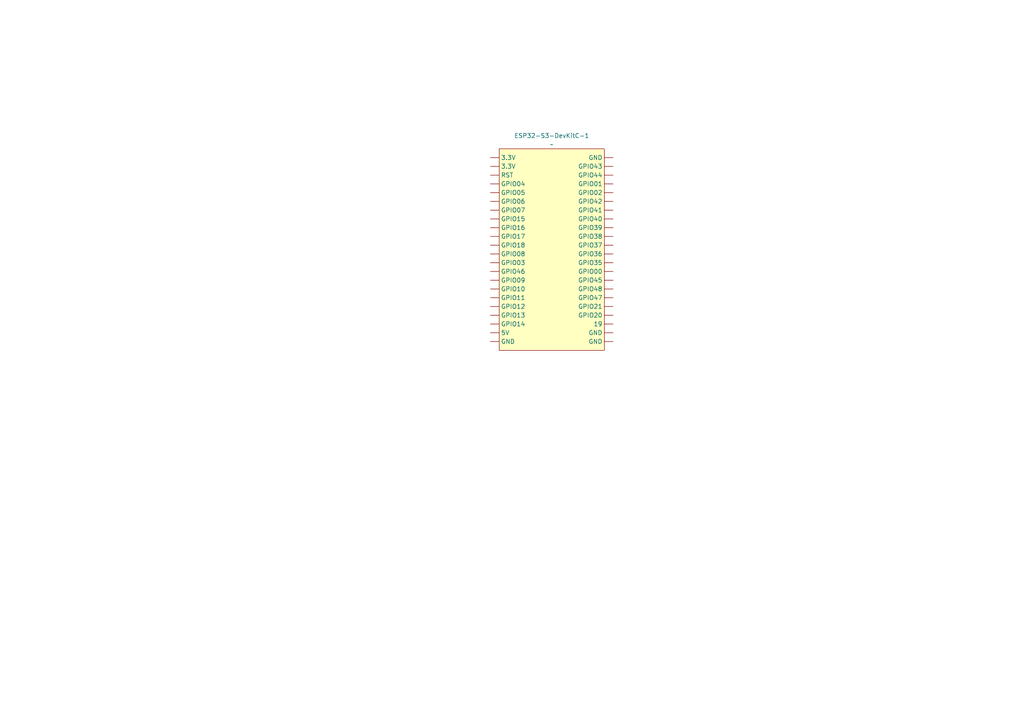
<source format=kicad_sch>
(kicad_sch (version 20231120) (generator "eeschema") (generator_version "8.0")
  (paper "A4")
  (title_block (title "RetroGoHardware") (date "2024-04-09") (rev "0.1"))
  (lib_symbols
    (symbol "CustomLibrary:ESP32-S3-DevKitC-1"
      (property "Reference" "ESP32-S3-DevKitC-1" (at -4.826 30.988 0))
      (symbol "ESP32-S3-DevKitC-1_1_1"
        (rectangle (start -15.24 29.21) (end 15.24 -29.21) (fill (type background)))
        (pin bidirectional line (at 17.78 -21.59 180) (length 2.54) (name "19") (number ""))
        (pin bidirectional line (at -17.78 24.13 0) (length 2.54) (name "3.3V") (number ""))
        (pin bidirectional line (at -17.78 26.67 0) (length 2.54) (name "3.3V") (number ""))
        (pin bidirectional line (at -17.78 -24.13 0) (length 2.54) (name "5V") (number ""))
        (pin bidirectional line (at -17.78 -26.67 0) (length 2.54) (name "GND") (number ""))
        (pin bidirectional line (at 17.78 -26.67 180) (length 2.54) (name "GND") (number ""))
        (pin bidirectional line (at 17.78 -24.13 180) (length 2.54) (name "GND") (number ""))
        (pin bidirectional line (at 17.78 26.67 180) (length 2.54) (name "GND") (number ""))
        (pin bidirectional line (at 17.78 -6.35 180) (length 2.54) (name "GPIO00") (number ""))
        (pin bidirectional line (at 17.78 19.05 180) (length 2.54) (name "GPIO01") (number ""))
        (pin bidirectional line (at 17.78 16.51 180) (length 2.54) (name "GPIO02") (number ""))
        (pin bidirectional line (at -17.78 -3.81 0) (length 2.54) (name "GPIO03") (number ""))
        (pin bidirectional line (at -17.78 19.05 0) (length 2.54) (name "GPIO04") (number ""))
        (pin bidirectional line (at -17.78 16.51 0) (length 2.54) (name "GPIO05") (number ""))
        (pin bidirectional line (at -17.78 13.97 0) (length 2.54) (name "GPIO06") (number ""))
        (pin bidirectional line (at -17.78 11.43 0) (length 2.54) (name "GPIO07") (number ""))
        (pin bidirectional line (at -17.78 -1.27 0) (length 2.54) (name "GPIO08") (number ""))
        (pin bidirectional line (at -17.78 -8.89 0) (length 2.54) (name "GPIO09") (number ""))
        (pin bidirectional line (at -17.78 -11.43 0) (length 2.54) (name "GPIO10") (number ""))
        (pin bidirectional line (at -17.78 -13.97 0) (length 2.54) (name "GPIO11") (number ""))
        (pin bidirectional line (at -17.78 -16.51 0) (length 2.54) (name "GPIO12") (number ""))
        (pin bidirectional line (at -17.78 -19.05 0) (length 2.54) (name "GPIO13") (number ""))
        (pin bidirectional line (at -17.78 -21.59 0) (length 2.54) (name "GPIO14") (number ""))
        (pin bidirectional line (at -17.78 8.89 0) (length 2.54) (name "GPIO15") (number ""))
        (pin bidirectional line (at -17.78 6.35 0) (length 2.54) (name "GPIO16") (number ""))
        (pin bidirectional line (at -17.78 3.81 0) (length 2.54) (name "GPIO17") (number ""))
        (pin bidirectional line (at -17.78 1.27 0) (length 2.54) (name "GPIO18") (number ""))
        (pin bidirectional line (at 17.78 -19.05 180) (length 2.54) (name "GPIO20") (number ""))
        (pin bidirectional line (at 17.78 -16.51 180) (length 2.54) (name "GPIO21") (number ""))
        (pin bidirectional line (at 17.78 -3.81 180) (length 2.54) (name "GPIO35") (number ""))
        (pin bidirectional line (at 17.78 -1.27 180) (length 2.54) (name "GPIO36") (number ""))
        (pin bidirectional line (at 17.78 1.27 180) (length 2.54) (name "GPIO37") (number ""))
        (pin bidirectional line (at 17.78 3.81 180) (length 2.54) (name "GPIO38") (number ""))
        (pin bidirectional line (at 17.78 6.35 180) (length 2.54) (name "GPIO39") (number ""))
        (pin bidirectional line (at 17.78 8.89 180) (length 2.54) (name "GPIO40") (number ""))
        (pin bidirectional line (at 17.78 11.43 180) (length 2.54) (name "GPIO41") (number ""))
        (pin bidirectional line (at 17.78 13.97 180) (length 2.54) (name "GPIO42") (number ""))
        (pin bidirectional line (at 17.78 24.13 180) (length 2.54) (name "GPIO43") (number ""))
        (pin bidirectional line (at 17.78 21.59 180) (length 2.54) (name "GPIO44") (number ""))
        (pin bidirectional line (at 17.78 -8.89 180) (length 2.54) (name "GPIO45") (number ""))
        (pin bidirectional line (at -17.78 -6.35 0) (length 2.54) (name "GPIO46") (number ""))
        (pin bidirectional line (at 17.78 -13.97 180) (length 2.54) (name "GPIO47") (number ""))
        (pin bidirectional line (at 17.78 -11.43 180) (length 2.54) (name "GPIO48") (number ""))
        (pin bidirectional line (at -17.78 21.59 0) (length 2.54) (name "RST") (number ""))
      )
    )
  )
  (symbol (lib_id "CustomLibrary:ESP32-S3-DevKitC-1") (at 160.02 72.39 0) (unit 1)
    (property "Reference" "ESP32-S3-DevKitC-1" (at 160.02 39.37 0))
    (property "Value" "~" (at 160.02 41.91 0))
  )
)
</source>
